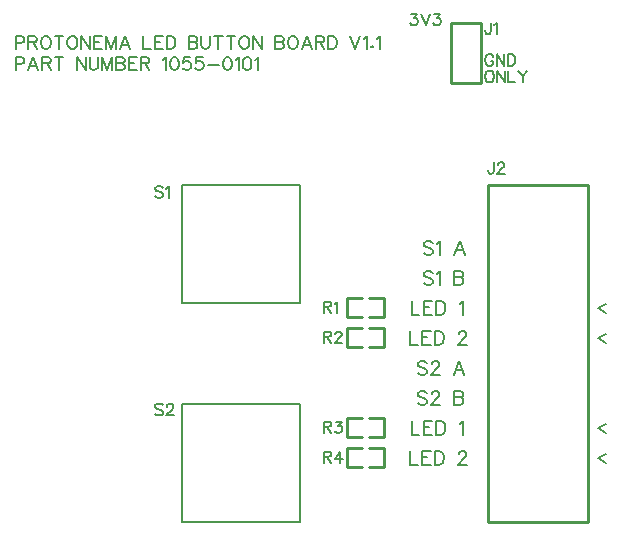
<source format=gto>
G04 Layer: TopSilkscreenLayer*
G04 EasyEDA v6.5.32, 2023-07-25 14:04:49*
G04 8e188c12afc0457c9e824fecad8258c0,5a6b42c53f6a479593ecc07194224c93,10*
G04 Gerber Generator version 0.2*
G04 Scale: 100 percent, Rotated: No, Reflected: No *
G04 Dimensions in millimeters *
G04 leading zeros omitted , absolute positions ,4 integer and 5 decimal *
%FSLAX45Y45*%
%MOMM*%

%ADD10C,0.1524*%
%ADD11C,0.2540*%
%ADD12C,0.1999*%

%LPD*%
D10*
X762000Y5423915D02*
G01*
X762000Y5314950D01*
X762000Y5423915D02*
G01*
X808736Y5423915D01*
X824229Y5418836D01*
X829563Y5413502D01*
X834644Y5403087D01*
X834644Y5387594D01*
X829563Y5377179D01*
X824229Y5372100D01*
X808736Y5366765D01*
X762000Y5366765D01*
X910589Y5423915D02*
G01*
X868934Y5314950D01*
X910589Y5423915D02*
G01*
X952245Y5314950D01*
X884681Y5351271D02*
G01*
X936497Y5351271D01*
X986536Y5423915D02*
G01*
X986536Y5314950D01*
X986536Y5423915D02*
G01*
X1033271Y5423915D01*
X1048765Y5418836D01*
X1054100Y5413502D01*
X1059179Y5403087D01*
X1059179Y5392673D01*
X1054100Y5382260D01*
X1048765Y5377179D01*
X1033271Y5372100D01*
X986536Y5372100D01*
X1022857Y5372100D02*
G01*
X1059179Y5314950D01*
X1129792Y5423915D02*
G01*
X1129792Y5314950D01*
X1093470Y5423915D02*
G01*
X1166113Y5423915D01*
X1280413Y5423915D02*
G01*
X1280413Y5314950D01*
X1280413Y5423915D02*
G01*
X1353312Y5314950D01*
X1353312Y5423915D02*
G01*
X1353312Y5314950D01*
X1387602Y5423915D02*
G01*
X1387602Y5345937D01*
X1392681Y5330444D01*
X1403095Y5320029D01*
X1418589Y5314950D01*
X1429004Y5314950D01*
X1444752Y5320029D01*
X1455165Y5330444D01*
X1460245Y5345937D01*
X1460245Y5423915D01*
X1494536Y5423915D02*
G01*
X1494536Y5314950D01*
X1494536Y5423915D02*
G01*
X1536192Y5314950D01*
X1577594Y5423915D02*
G01*
X1536192Y5314950D01*
X1577594Y5423915D02*
G01*
X1577594Y5314950D01*
X1611884Y5423915D02*
G01*
X1611884Y5314950D01*
X1611884Y5423915D02*
G01*
X1658620Y5423915D01*
X1674368Y5418836D01*
X1679447Y5413502D01*
X1684781Y5403087D01*
X1684781Y5392673D01*
X1679447Y5382260D01*
X1674368Y5377179D01*
X1658620Y5372100D01*
X1611884Y5372100D02*
G01*
X1658620Y5372100D01*
X1674368Y5366765D01*
X1679447Y5361686D01*
X1684781Y5351271D01*
X1684781Y5335523D01*
X1679447Y5325110D01*
X1674368Y5320029D01*
X1658620Y5314950D01*
X1611884Y5314950D01*
X1719071Y5423915D02*
G01*
X1719071Y5314950D01*
X1719071Y5423915D02*
G01*
X1786636Y5423915D01*
X1719071Y5372100D02*
G01*
X1760473Y5372100D01*
X1719071Y5314950D02*
G01*
X1786636Y5314950D01*
X1820926Y5423915D02*
G01*
X1820926Y5314950D01*
X1820926Y5423915D02*
G01*
X1867662Y5423915D01*
X1883155Y5418836D01*
X1888489Y5413502D01*
X1893570Y5403087D01*
X1893570Y5392673D01*
X1888489Y5382260D01*
X1883155Y5377179D01*
X1867662Y5372100D01*
X1820926Y5372100D01*
X1857247Y5372100D02*
G01*
X1893570Y5314950D01*
X2007870Y5403087D02*
G01*
X2018284Y5408421D01*
X2033777Y5423915D01*
X2033777Y5314950D01*
X2099309Y5423915D02*
G01*
X2083815Y5418836D01*
X2073402Y5403087D01*
X2068068Y5377179D01*
X2068068Y5361686D01*
X2073402Y5335523D01*
X2083815Y5320029D01*
X2099309Y5314950D01*
X2109724Y5314950D01*
X2125218Y5320029D01*
X2135631Y5335523D01*
X2140965Y5361686D01*
X2140965Y5377179D01*
X2135631Y5403087D01*
X2125218Y5418836D01*
X2109724Y5423915D01*
X2099309Y5423915D01*
X2237486Y5423915D02*
G01*
X2185670Y5423915D01*
X2180336Y5377179D01*
X2185670Y5382260D01*
X2201163Y5387594D01*
X2216658Y5387594D01*
X2232406Y5382260D01*
X2242820Y5372100D01*
X2247900Y5356352D01*
X2247900Y5345937D01*
X2242820Y5330444D01*
X2232406Y5320029D01*
X2216658Y5314950D01*
X2201163Y5314950D01*
X2185670Y5320029D01*
X2180336Y5325110D01*
X2175256Y5335523D01*
X2344420Y5423915D02*
G01*
X2292604Y5423915D01*
X2287270Y5377179D01*
X2292604Y5382260D01*
X2308097Y5387594D01*
X2323845Y5387594D01*
X2339340Y5382260D01*
X2349754Y5372100D01*
X2354834Y5356352D01*
X2354834Y5345937D01*
X2349754Y5330444D01*
X2339340Y5320029D01*
X2323845Y5314950D01*
X2308097Y5314950D01*
X2292604Y5320029D01*
X2287270Y5325110D01*
X2282190Y5335523D01*
X2389124Y5361686D02*
G01*
X2482850Y5361686D01*
X2548127Y5423915D02*
G01*
X2532634Y5418836D01*
X2522220Y5403087D01*
X2517140Y5377179D01*
X2517140Y5361686D01*
X2522220Y5335523D01*
X2532634Y5320029D01*
X2548127Y5314950D01*
X2558541Y5314950D01*
X2574290Y5320029D01*
X2584450Y5335523D01*
X2589784Y5361686D01*
X2589784Y5377179D01*
X2584450Y5403087D01*
X2574290Y5418836D01*
X2558541Y5423915D01*
X2548127Y5423915D01*
X2624074Y5403087D02*
G01*
X2634488Y5408421D01*
X2649981Y5423915D01*
X2649981Y5314950D01*
X2715513Y5423915D02*
G01*
X2700020Y5418836D01*
X2689606Y5403087D01*
X2684272Y5377179D01*
X2684272Y5361686D01*
X2689606Y5335523D01*
X2700020Y5320029D01*
X2715513Y5314950D01*
X2725927Y5314950D01*
X2741422Y5320029D01*
X2751836Y5335523D01*
X2757170Y5361686D01*
X2757170Y5377179D01*
X2751836Y5403087D01*
X2741422Y5418836D01*
X2725927Y5423915D01*
X2715513Y5423915D01*
X2791459Y5403087D02*
G01*
X2801620Y5408421D01*
X2817368Y5423915D01*
X2817368Y5314950D01*
X762000Y5601715D02*
G01*
X762000Y5492750D01*
X762000Y5601715D02*
G01*
X808736Y5601715D01*
X824229Y5596636D01*
X829563Y5591302D01*
X834644Y5580887D01*
X834644Y5565394D01*
X829563Y5554979D01*
X824229Y5549900D01*
X808736Y5544565D01*
X762000Y5544565D01*
X868934Y5601715D02*
G01*
X868934Y5492750D01*
X868934Y5601715D02*
G01*
X915670Y5601715D01*
X931418Y5596636D01*
X936497Y5591302D01*
X941831Y5580887D01*
X941831Y5570473D01*
X936497Y5560060D01*
X931418Y5554979D01*
X915670Y5549900D01*
X868934Y5549900D01*
X905510Y5549900D02*
G01*
X941831Y5492750D01*
X1007110Y5601715D02*
G01*
X996950Y5596636D01*
X986536Y5586221D01*
X981202Y5575807D01*
X976121Y5560060D01*
X976121Y5534152D01*
X981202Y5518657D01*
X986536Y5508244D01*
X996950Y5497829D01*
X1007110Y5492750D01*
X1027937Y5492750D01*
X1038352Y5497829D01*
X1048765Y5508244D01*
X1054100Y5518657D01*
X1059179Y5534152D01*
X1059179Y5560060D01*
X1054100Y5575807D01*
X1048765Y5586221D01*
X1038352Y5596636D01*
X1027937Y5601715D01*
X1007110Y5601715D01*
X1129792Y5601715D02*
G01*
X1129792Y5492750D01*
X1093470Y5601715D02*
G01*
X1166113Y5601715D01*
X1231645Y5601715D02*
G01*
X1221231Y5596636D01*
X1210818Y5586221D01*
X1205737Y5575807D01*
X1200404Y5560060D01*
X1200404Y5534152D01*
X1205737Y5518657D01*
X1210818Y5508244D01*
X1221231Y5497829D01*
X1231645Y5492750D01*
X1252473Y5492750D01*
X1262887Y5497829D01*
X1273302Y5508244D01*
X1278381Y5518657D01*
X1283715Y5534152D01*
X1283715Y5560060D01*
X1278381Y5575807D01*
X1273302Y5586221D01*
X1262887Y5596636D01*
X1252473Y5601715D01*
X1231645Y5601715D01*
X1318005Y5601715D02*
G01*
X1318005Y5492750D01*
X1318005Y5601715D02*
G01*
X1390650Y5492750D01*
X1390650Y5601715D02*
G01*
X1390650Y5492750D01*
X1424939Y5601715D02*
G01*
X1424939Y5492750D01*
X1424939Y5601715D02*
G01*
X1492504Y5601715D01*
X1424939Y5549900D02*
G01*
X1466595Y5549900D01*
X1424939Y5492750D02*
G01*
X1492504Y5492750D01*
X1526794Y5601715D02*
G01*
X1526794Y5492750D01*
X1526794Y5601715D02*
G01*
X1568450Y5492750D01*
X1609852Y5601715D02*
G01*
X1568450Y5492750D01*
X1609852Y5601715D02*
G01*
X1609852Y5492750D01*
X1685797Y5601715D02*
G01*
X1644142Y5492750D01*
X1685797Y5601715D02*
G01*
X1727200Y5492750D01*
X1659889Y5529071D02*
G01*
X1711705Y5529071D01*
X1841500Y5601715D02*
G01*
X1841500Y5492750D01*
X1841500Y5492750D02*
G01*
X1903984Y5492750D01*
X1938274Y5601715D02*
G01*
X1938274Y5492750D01*
X1938274Y5601715D02*
G01*
X2005838Y5601715D01*
X1938274Y5549900D02*
G01*
X1979929Y5549900D01*
X1938274Y5492750D02*
G01*
X2005838Y5492750D01*
X2040127Y5601715D02*
G01*
X2040127Y5492750D01*
X2040127Y5601715D02*
G01*
X2076450Y5601715D01*
X2091943Y5596636D01*
X2102358Y5586221D01*
X2107691Y5575807D01*
X2112772Y5560060D01*
X2112772Y5534152D01*
X2107691Y5518657D01*
X2102358Y5508244D01*
X2091943Y5497829D01*
X2076450Y5492750D01*
X2040127Y5492750D01*
X2227072Y5601715D02*
G01*
X2227072Y5492750D01*
X2227072Y5601715D02*
G01*
X2273808Y5601715D01*
X2289556Y5596636D01*
X2294636Y5591302D01*
X2299970Y5580887D01*
X2299970Y5570473D01*
X2294636Y5560060D01*
X2289556Y5554979D01*
X2273808Y5549900D01*
X2227072Y5549900D02*
G01*
X2273808Y5549900D01*
X2289556Y5544565D01*
X2294636Y5539486D01*
X2299970Y5529071D01*
X2299970Y5513323D01*
X2294636Y5502910D01*
X2289556Y5497829D01*
X2273808Y5492750D01*
X2227072Y5492750D01*
X2334259Y5601715D02*
G01*
X2334259Y5523737D01*
X2339340Y5508244D01*
X2349754Y5497829D01*
X2365247Y5492750D01*
X2375661Y5492750D01*
X2391409Y5497829D01*
X2401570Y5508244D01*
X2406904Y5523737D01*
X2406904Y5601715D01*
X2477515Y5601715D02*
G01*
X2477515Y5492750D01*
X2441193Y5601715D02*
G01*
X2513838Y5601715D01*
X2584450Y5601715D02*
G01*
X2584450Y5492750D01*
X2548127Y5601715D02*
G01*
X2621025Y5601715D01*
X2686304Y5601715D02*
G01*
X2675890Y5596636D01*
X2665729Y5586221D01*
X2660395Y5575807D01*
X2655315Y5560060D01*
X2655315Y5534152D01*
X2660395Y5518657D01*
X2665729Y5508244D01*
X2675890Y5497829D01*
X2686304Y5492750D01*
X2707131Y5492750D01*
X2717545Y5497829D01*
X2727959Y5508244D01*
X2733040Y5518657D01*
X2738374Y5534152D01*
X2738374Y5560060D01*
X2733040Y5575807D01*
X2727959Y5586221D01*
X2717545Y5596636D01*
X2707131Y5601715D01*
X2686304Y5601715D01*
X2772663Y5601715D02*
G01*
X2772663Y5492750D01*
X2772663Y5601715D02*
G01*
X2845308Y5492750D01*
X2845308Y5601715D02*
G01*
X2845308Y5492750D01*
X2959608Y5601715D02*
G01*
X2959608Y5492750D01*
X2959608Y5601715D02*
G01*
X3006343Y5601715D01*
X3022091Y5596636D01*
X3027172Y5591302D01*
X3032506Y5580887D01*
X3032506Y5570473D01*
X3027172Y5560060D01*
X3022091Y5554979D01*
X3006343Y5549900D01*
X2959608Y5549900D02*
G01*
X3006343Y5549900D01*
X3022091Y5544565D01*
X3027172Y5539486D01*
X3032506Y5529071D01*
X3032506Y5513323D01*
X3027172Y5502910D01*
X3022091Y5497829D01*
X3006343Y5492750D01*
X2959608Y5492750D01*
X3097784Y5601715D02*
G01*
X3087370Y5596636D01*
X3077209Y5586221D01*
X3071875Y5575807D01*
X3066795Y5560060D01*
X3066795Y5534152D01*
X3071875Y5518657D01*
X3077209Y5508244D01*
X3087370Y5497829D01*
X3097784Y5492750D01*
X3118611Y5492750D01*
X3129025Y5497829D01*
X3139440Y5508244D01*
X3144520Y5518657D01*
X3149854Y5534152D01*
X3149854Y5560060D01*
X3144520Y5575807D01*
X3139440Y5586221D01*
X3129025Y5596636D01*
X3118611Y5601715D01*
X3097784Y5601715D01*
X3225800Y5601715D02*
G01*
X3184143Y5492750D01*
X3225800Y5601715D02*
G01*
X3267202Y5492750D01*
X3199638Y5529071D02*
G01*
X3251708Y5529071D01*
X3301491Y5601715D02*
G01*
X3301491Y5492750D01*
X3301491Y5601715D02*
G01*
X3348227Y5601715D01*
X3363975Y5596636D01*
X3369056Y5591302D01*
X3374390Y5580887D01*
X3374390Y5570473D01*
X3369056Y5560060D01*
X3363975Y5554979D01*
X3348227Y5549900D01*
X3301491Y5549900D01*
X3337813Y5549900D02*
G01*
X3374390Y5492750D01*
X3408679Y5601715D02*
G01*
X3408679Y5492750D01*
X3408679Y5601715D02*
G01*
X3445002Y5601715D01*
X3460495Y5596636D01*
X3470909Y5586221D01*
X3475990Y5575807D01*
X3481324Y5560060D01*
X3481324Y5534152D01*
X3475990Y5518657D01*
X3470909Y5508244D01*
X3460495Y5497829D01*
X3445002Y5492750D01*
X3408679Y5492750D01*
X3595624Y5601715D02*
G01*
X3637279Y5492750D01*
X3678681Y5601715D02*
G01*
X3637279Y5492750D01*
X3712972Y5580887D02*
G01*
X3723386Y5586221D01*
X3738879Y5601715D01*
X3738879Y5492750D01*
X3778504Y5518657D02*
G01*
X3773170Y5513323D01*
X3778504Y5508244D01*
X3783584Y5513323D01*
X3778504Y5518657D01*
X3817874Y5580887D02*
G01*
X3828288Y5586221D01*
X3844036Y5601715D01*
X3844036Y5492750D01*
X4807955Y4533130D02*
G01*
X4807955Y4460486D01*
X4803383Y4446770D01*
X4798811Y4442198D01*
X4789667Y4437626D01*
X4780777Y4437626D01*
X4771633Y4442198D01*
X4767061Y4446770D01*
X4762489Y4460486D01*
X4762489Y4469630D01*
X4842499Y4510524D02*
G01*
X4842499Y4515096D01*
X4847071Y4523986D01*
X4851643Y4528558D01*
X4860787Y4533130D01*
X4878821Y4533130D01*
X4887965Y4528558D01*
X4892537Y4523986D01*
X4897109Y4515096D01*
X4897109Y4505952D01*
X4892537Y4496808D01*
X4883393Y4483092D01*
X4837927Y4437626D01*
X4901681Y4437626D01*
X4292846Y3851142D02*
G01*
X4281924Y3862064D01*
X4265414Y3867652D01*
X4243570Y3867652D01*
X4227314Y3862064D01*
X4216392Y3851142D01*
X4216392Y3840220D01*
X4221726Y3829298D01*
X4227314Y3823964D01*
X4238236Y3818376D01*
X4271002Y3807708D01*
X4281924Y3802120D01*
X4287258Y3796786D01*
X4292846Y3785864D01*
X4292846Y3769354D01*
X4281924Y3758432D01*
X4265414Y3753098D01*
X4243570Y3753098D01*
X4227314Y3758432D01*
X4216392Y3769354D01*
X4328660Y3845808D02*
G01*
X4339582Y3851142D01*
X4356092Y3867652D01*
X4356092Y3753098D01*
X4519668Y3867652D02*
G01*
X4475980Y3753098D01*
X4519668Y3867652D02*
G01*
X4563356Y3753098D01*
X4492490Y3791198D02*
G01*
X4546846Y3791198D01*
X4292846Y3597142D02*
G01*
X4281924Y3608064D01*
X4265414Y3613652D01*
X4243570Y3613652D01*
X4227314Y3608064D01*
X4216392Y3597142D01*
X4216392Y3586220D01*
X4221726Y3575298D01*
X4227314Y3569964D01*
X4238236Y3564376D01*
X4271002Y3553708D01*
X4281924Y3548120D01*
X4287258Y3542786D01*
X4292846Y3531864D01*
X4292846Y3515354D01*
X4281924Y3504432D01*
X4265414Y3499098D01*
X4243570Y3499098D01*
X4227314Y3504432D01*
X4216392Y3515354D01*
X4328660Y3591808D02*
G01*
X4339582Y3597142D01*
X4356092Y3613652D01*
X4356092Y3499098D01*
X4475980Y3613652D02*
G01*
X4475980Y3499098D01*
X4475980Y3613652D02*
G01*
X4525002Y3613652D01*
X4541512Y3608064D01*
X4546846Y3602730D01*
X4552434Y3591808D01*
X4552434Y3580886D01*
X4546846Y3569964D01*
X4541512Y3564376D01*
X4525002Y3559042D01*
X4475980Y3559042D02*
G01*
X4525002Y3559042D01*
X4541512Y3553708D01*
X4546846Y3548120D01*
X4552434Y3537198D01*
X4552434Y3520942D01*
X4546846Y3510020D01*
X4541512Y3504432D01*
X4525002Y3499098D01*
X4475980Y3499098D01*
X4114792Y3359652D02*
G01*
X4114792Y3245098D01*
X4114792Y3245098D02*
G01*
X4180324Y3245098D01*
X4216138Y3359652D02*
G01*
X4216138Y3245098D01*
X4216138Y3359652D02*
G01*
X4287258Y3359652D01*
X4216138Y3305042D02*
G01*
X4259826Y3305042D01*
X4216138Y3245098D02*
G01*
X4287258Y3245098D01*
X4323072Y3359652D02*
G01*
X4323072Y3245098D01*
X4323072Y3359652D02*
G01*
X4361426Y3359652D01*
X4377682Y3354064D01*
X4388604Y3343142D01*
X4393938Y3332220D01*
X4399526Y3315964D01*
X4399526Y3288786D01*
X4393938Y3272276D01*
X4388604Y3261354D01*
X4377682Y3250432D01*
X4361426Y3245098D01*
X4323072Y3245098D01*
X4519414Y3337808D02*
G01*
X4530336Y3343142D01*
X4546846Y3359652D01*
X4546846Y3245098D01*
X4102092Y3105652D02*
G01*
X4102092Y2991098D01*
X4102092Y2991098D02*
G01*
X4167624Y2991098D01*
X4203438Y3105652D02*
G01*
X4203438Y2991098D01*
X4203438Y3105652D02*
G01*
X4274558Y3105652D01*
X4203438Y3051042D02*
G01*
X4247126Y3051042D01*
X4203438Y2991098D02*
G01*
X4274558Y2991098D01*
X4310372Y3105652D02*
G01*
X4310372Y2991098D01*
X4310372Y3105652D02*
G01*
X4348726Y3105652D01*
X4364982Y3100064D01*
X4375904Y3089142D01*
X4381238Y3078220D01*
X4386826Y3061964D01*
X4386826Y3034786D01*
X4381238Y3018276D01*
X4375904Y3007354D01*
X4364982Y2996432D01*
X4348726Y2991098D01*
X4310372Y2991098D01*
X4512302Y3078220D02*
G01*
X4512302Y3083808D01*
X4517636Y3094730D01*
X4523224Y3100064D01*
X4534146Y3105652D01*
X4555990Y3105652D01*
X4566912Y3100064D01*
X4572246Y3094730D01*
X4577834Y3083808D01*
X4577834Y3072886D01*
X4572246Y3061964D01*
X4561324Y3045708D01*
X4506714Y2991098D01*
X4583168Y2991098D01*
X4242046Y2835142D02*
G01*
X4231124Y2846064D01*
X4214614Y2851652D01*
X4192770Y2851652D01*
X4176514Y2846064D01*
X4165592Y2835142D01*
X4165592Y2824220D01*
X4170926Y2813298D01*
X4176514Y2807964D01*
X4187436Y2802376D01*
X4220202Y2791708D01*
X4231124Y2786120D01*
X4236458Y2780786D01*
X4242046Y2769864D01*
X4242046Y2753354D01*
X4231124Y2742432D01*
X4214614Y2737098D01*
X4192770Y2737098D01*
X4176514Y2742432D01*
X4165592Y2753354D01*
X4283448Y2824220D02*
G01*
X4283448Y2829808D01*
X4288782Y2840730D01*
X4294370Y2846064D01*
X4305292Y2851652D01*
X4327136Y2851652D01*
X4338058Y2846064D01*
X4343392Y2840730D01*
X4348980Y2829808D01*
X4348980Y2818886D01*
X4343392Y2807964D01*
X4332470Y2791708D01*
X4277860Y2737098D01*
X4354314Y2737098D01*
X4517890Y2851652D02*
G01*
X4474202Y2737098D01*
X4517890Y2851652D02*
G01*
X4561578Y2737098D01*
X4490712Y2775198D02*
G01*
X4545322Y2775198D01*
X4242046Y2581142D02*
G01*
X4231124Y2592064D01*
X4214614Y2597652D01*
X4192770Y2597652D01*
X4176514Y2592064D01*
X4165592Y2581142D01*
X4165592Y2570220D01*
X4170926Y2559298D01*
X4176514Y2553964D01*
X4187436Y2548376D01*
X4220202Y2537708D01*
X4231124Y2532120D01*
X4236458Y2526786D01*
X4242046Y2515864D01*
X4242046Y2499354D01*
X4231124Y2488432D01*
X4214614Y2483098D01*
X4192770Y2483098D01*
X4176514Y2488432D01*
X4165592Y2499354D01*
X4283448Y2570220D02*
G01*
X4283448Y2575808D01*
X4288782Y2586730D01*
X4294370Y2592064D01*
X4305292Y2597652D01*
X4327136Y2597652D01*
X4338058Y2592064D01*
X4343392Y2586730D01*
X4348980Y2575808D01*
X4348980Y2564886D01*
X4343392Y2553964D01*
X4332470Y2537708D01*
X4277860Y2483098D01*
X4354314Y2483098D01*
X4474202Y2597652D02*
G01*
X4474202Y2483098D01*
X4474202Y2597652D02*
G01*
X4523478Y2597652D01*
X4539734Y2592064D01*
X4545322Y2586730D01*
X4550656Y2575808D01*
X4550656Y2564886D01*
X4545322Y2553964D01*
X4539734Y2548376D01*
X4523478Y2543042D01*
X4474202Y2543042D02*
G01*
X4523478Y2543042D01*
X4539734Y2537708D01*
X4545322Y2532120D01*
X4550656Y2521198D01*
X4550656Y2504942D01*
X4545322Y2494020D01*
X4539734Y2488432D01*
X4523478Y2483098D01*
X4474202Y2483098D01*
X4114792Y2343652D02*
G01*
X4114792Y2229098D01*
X4114792Y2229098D02*
G01*
X4180324Y2229098D01*
X4216138Y2343652D02*
G01*
X4216138Y2229098D01*
X4216138Y2343652D02*
G01*
X4287258Y2343652D01*
X4216138Y2289042D02*
G01*
X4259826Y2289042D01*
X4216138Y2229098D02*
G01*
X4287258Y2229098D01*
X4323072Y2343652D02*
G01*
X4323072Y2229098D01*
X4323072Y2343652D02*
G01*
X4361426Y2343652D01*
X4377682Y2338064D01*
X4388604Y2327142D01*
X4393938Y2316220D01*
X4399526Y2299964D01*
X4399526Y2272786D01*
X4393938Y2256276D01*
X4388604Y2245354D01*
X4377682Y2234432D01*
X4361426Y2229098D01*
X4323072Y2229098D01*
X4519414Y2321808D02*
G01*
X4530336Y2327142D01*
X4546846Y2343652D01*
X4546846Y2229098D01*
X4102092Y2089652D02*
G01*
X4102092Y1975098D01*
X4102092Y1975098D02*
G01*
X4167624Y1975098D01*
X4203438Y2089652D02*
G01*
X4203438Y1975098D01*
X4203438Y2089652D02*
G01*
X4274558Y2089652D01*
X4203438Y2035042D02*
G01*
X4247126Y2035042D01*
X4203438Y1975098D02*
G01*
X4274558Y1975098D01*
X4310372Y2089652D02*
G01*
X4310372Y1975098D01*
X4310372Y2089652D02*
G01*
X4348726Y2089652D01*
X4364982Y2084064D01*
X4375904Y2073142D01*
X4381238Y2062220D01*
X4386826Y2045964D01*
X4386826Y2018786D01*
X4381238Y2002276D01*
X4375904Y1991354D01*
X4364982Y1980432D01*
X4348726Y1975098D01*
X4310372Y1975098D01*
X4512302Y2062220D02*
G01*
X4512302Y2067808D01*
X4517636Y2078730D01*
X4523224Y2084064D01*
X4534146Y2089652D01*
X4555990Y2089652D01*
X4566912Y2084064D01*
X4572246Y2078730D01*
X4577834Y2067808D01*
X4577834Y2056886D01*
X4572246Y2045964D01*
X4561324Y2029708D01*
X4506714Y1975098D01*
X4583168Y1975098D01*
X4111243Y5790437D02*
G01*
X4161281Y5790437D01*
X4133850Y5754115D01*
X4147565Y5754115D01*
X4156709Y5749544D01*
X4161281Y5744971D01*
X4165854Y5731510D01*
X4165854Y5722365D01*
X4161281Y5708650D01*
X4152138Y5699505D01*
X4138422Y5694934D01*
X4124706Y5694934D01*
X4111243Y5699505D01*
X4106672Y5704078D01*
X4102100Y5713221D01*
X4195825Y5790437D02*
G01*
X4232147Y5694934D01*
X4268470Y5790437D02*
G01*
X4232147Y5694934D01*
X4307586Y5790437D02*
G01*
X4357624Y5790437D01*
X4330191Y5754115D01*
X4343908Y5754115D01*
X4353052Y5749544D01*
X4357624Y5744971D01*
X4362195Y5731510D01*
X4362195Y5722365D01*
X4357624Y5708650D01*
X4348479Y5699505D01*
X4334763Y5694934D01*
X4321302Y5694934D01*
X4307586Y5699505D01*
X4303013Y5704078D01*
X4298441Y5713221D01*
X5762218Y3338195D02*
G01*
X5689574Y3297301D01*
X5762218Y3256406D01*
X5762218Y3084195D02*
G01*
X5689574Y3043301D01*
X5762218Y3002406D01*
X5762218Y2322195D02*
G01*
X5689574Y2281301D01*
X5762218Y2240406D01*
X5762218Y2068195D02*
G01*
X5689574Y2027301D01*
X5762218Y1986406D01*
X4764277Y5307837D02*
G01*
X4755388Y5303265D01*
X4746243Y5294376D01*
X4741672Y5285231D01*
X4737100Y5271515D01*
X4737100Y5248910D01*
X4741672Y5235194D01*
X4746243Y5226050D01*
X4755388Y5216905D01*
X4764277Y5212334D01*
X4782565Y5212334D01*
X4791709Y5216905D01*
X4800854Y5226050D01*
X4805172Y5235194D01*
X4809743Y5248910D01*
X4809743Y5271515D01*
X4805172Y5285231D01*
X4800854Y5294376D01*
X4791709Y5303265D01*
X4782565Y5307837D01*
X4764277Y5307837D01*
X4839715Y5307837D02*
G01*
X4839715Y5212334D01*
X4839715Y5307837D02*
G01*
X4903470Y5212334D01*
X4903470Y5307837D02*
G01*
X4903470Y5212334D01*
X4933441Y5307837D02*
G01*
X4933441Y5212334D01*
X4933441Y5212334D02*
G01*
X4988052Y5212334D01*
X5018024Y5307837D02*
G01*
X5054345Y5262371D01*
X5054345Y5212334D01*
X5090668Y5307837D02*
G01*
X5054345Y5262371D01*
X4805172Y5424931D02*
G01*
X4800854Y5434076D01*
X4791709Y5442965D01*
X4782565Y5447537D01*
X4764277Y5447537D01*
X4755388Y5442965D01*
X4746243Y5434076D01*
X4741672Y5424931D01*
X4737100Y5411215D01*
X4737100Y5388610D01*
X4741672Y5374894D01*
X4746243Y5365750D01*
X4755388Y5356605D01*
X4764277Y5352034D01*
X4782565Y5352034D01*
X4791709Y5356605D01*
X4800854Y5365750D01*
X4805172Y5374894D01*
X4805172Y5388610D01*
X4782565Y5388610D02*
G01*
X4805172Y5388610D01*
X4835397Y5447537D02*
G01*
X4835397Y5352034D01*
X4835397Y5447537D02*
G01*
X4898897Y5352034D01*
X4898897Y5447537D02*
G01*
X4898897Y5352034D01*
X4928870Y5447537D02*
G01*
X4928870Y5352034D01*
X4928870Y5447537D02*
G01*
X4960620Y5447537D01*
X4974336Y5442965D01*
X4983479Y5434076D01*
X4988052Y5424931D01*
X4992624Y5411215D01*
X4992624Y5388610D01*
X4988052Y5374894D01*
X4983479Y5365750D01*
X4974336Y5356605D01*
X4960620Y5352034D01*
X4928870Y5352034D01*
X4782565Y5714237D02*
G01*
X4782565Y5641594D01*
X4777993Y5627878D01*
X4773422Y5623305D01*
X4764277Y5618734D01*
X4755388Y5618734D01*
X4746243Y5623305D01*
X4741672Y5627878D01*
X4737100Y5641594D01*
X4737100Y5650737D01*
X4812538Y5696204D02*
G01*
X4821681Y5700776D01*
X4835397Y5714237D01*
X4835397Y5618734D01*
X3368471Y3354821D02*
G01*
X3368471Y3259317D01*
X3368471Y3354821D02*
G01*
X3409365Y3354821D01*
X3423081Y3350249D01*
X3427653Y3345677D01*
X3432225Y3336787D01*
X3432225Y3327643D01*
X3427653Y3318499D01*
X3423081Y3313927D01*
X3409365Y3309355D01*
X3368471Y3309355D01*
X3400221Y3309355D02*
G01*
X3432225Y3259317D01*
X3462197Y3336787D02*
G01*
X3471087Y3341359D01*
X3484803Y3354821D01*
X3484803Y3259317D01*
X3368540Y3100831D02*
G01*
X3368540Y3005328D01*
X3368540Y3100831D02*
G01*
X3409434Y3100831D01*
X3422896Y3096260D01*
X3427468Y3091687D01*
X3432040Y3082797D01*
X3432040Y3073654D01*
X3427468Y3064510D01*
X3422896Y3059937D01*
X3409434Y3055365D01*
X3368540Y3055365D01*
X3400290Y3055365D02*
G01*
X3432040Y3005328D01*
X3466584Y3078226D02*
G01*
X3466584Y3082797D01*
X3471156Y3091687D01*
X3475728Y3096260D01*
X3484872Y3100831D01*
X3502906Y3100831D01*
X3512050Y3096260D01*
X3516622Y3091687D01*
X3521194Y3082797D01*
X3521194Y3073654D01*
X3516622Y3064510D01*
X3507478Y3050794D01*
X3462012Y3005328D01*
X3525766Y3005328D01*
X3368540Y2338829D02*
G01*
X3368540Y2243325D01*
X3368540Y2338829D02*
G01*
X3409434Y2338829D01*
X3422896Y2334257D01*
X3427468Y2329685D01*
X3432040Y2320795D01*
X3432040Y2311651D01*
X3427468Y2302507D01*
X3422896Y2297935D01*
X3409434Y2293363D01*
X3368540Y2293363D01*
X3400290Y2293363D02*
G01*
X3432040Y2243325D01*
X3471156Y2338829D02*
G01*
X3521194Y2338829D01*
X3494016Y2302507D01*
X3507478Y2302507D01*
X3516622Y2297935D01*
X3521194Y2293363D01*
X3525766Y2279901D01*
X3525766Y2270757D01*
X3521194Y2257041D01*
X3512050Y2247897D01*
X3498588Y2243325D01*
X3484872Y2243325D01*
X3471156Y2247897D01*
X3466584Y2252469D01*
X3462012Y2261613D01*
X3368540Y2084829D02*
G01*
X3368540Y1989325D01*
X3368540Y2084829D02*
G01*
X3409434Y2084829D01*
X3422896Y2080257D01*
X3427468Y2075685D01*
X3432040Y2066795D01*
X3432040Y2057651D01*
X3427468Y2048507D01*
X3422896Y2043935D01*
X3409434Y2039363D01*
X3368540Y2039363D01*
X3400290Y2039363D02*
G01*
X3432040Y1989325D01*
X3507478Y2084829D02*
G01*
X3462012Y2021329D01*
X3530338Y2021329D01*
X3507478Y2084829D02*
G01*
X3507478Y1989325D01*
X2006841Y4316460D02*
G01*
X1997697Y4325350D01*
X1983981Y4329922D01*
X1965693Y4329922D01*
X1952231Y4325350D01*
X1943087Y4316460D01*
X1943087Y4307316D01*
X1947659Y4298172D01*
X1952231Y4293600D01*
X1961375Y4289028D01*
X1988553Y4279884D01*
X1997697Y4275566D01*
X2002269Y4270994D01*
X2006841Y4261850D01*
X2006841Y4248134D01*
X1997697Y4238990D01*
X1983981Y4234418D01*
X1965693Y4234418D01*
X1952231Y4238990D01*
X1943087Y4248134D01*
X2036813Y4311888D02*
G01*
X2045703Y4316460D01*
X2059419Y4329922D01*
X2059419Y4234418D01*
X2006846Y2474976D02*
G01*
X1997702Y2483865D01*
X1983986Y2488437D01*
X1965698Y2488437D01*
X1952236Y2483865D01*
X1943092Y2474976D01*
X1943092Y2465831D01*
X1947664Y2456687D01*
X1952236Y2452115D01*
X1961380Y2447544D01*
X1988558Y2438400D01*
X1997702Y2434081D01*
X2002274Y2429510D01*
X2006846Y2420365D01*
X2006846Y2406650D01*
X1997702Y2397505D01*
X1983986Y2392934D01*
X1965698Y2392934D01*
X1952236Y2397505D01*
X1943092Y2406650D01*
X2041390Y2465831D02*
G01*
X2041390Y2470404D01*
X2045708Y2479294D01*
X2050280Y2483865D01*
X2059424Y2488437D01*
X2077712Y2488437D01*
X2086602Y2483865D01*
X2091174Y2479294D01*
X2095746Y2470404D01*
X2095746Y2461260D01*
X2091174Y2452115D01*
X2082284Y2438400D01*
X2036818Y2392934D01*
X2100318Y2392934D01*
D11*
X3566022Y3221476D02*
G01*
X3566022Y3381481D01*
X3876080Y3221987D02*
G01*
X3876080Y3381992D01*
X3691018Y3381481D02*
G01*
X3566022Y3381481D01*
X3691018Y3221476D02*
G01*
X3566022Y3221476D01*
X3751077Y3381992D02*
G01*
X3876080Y3381992D01*
X3751077Y3221987D02*
G01*
X3876080Y3221987D01*
X3566022Y2967479D02*
G01*
X3566022Y3127484D01*
X3876080Y2967989D02*
G01*
X3876080Y3127994D01*
X3691018Y3127484D02*
G01*
X3566022Y3127484D01*
X3691018Y2967479D02*
G01*
X3566022Y2967479D01*
X3751077Y3127994D02*
G01*
X3876080Y3127994D01*
X3751077Y2967989D02*
G01*
X3876080Y2967989D01*
X3566022Y2205479D02*
G01*
X3566022Y2365484D01*
X3876080Y2205989D02*
G01*
X3876080Y2365994D01*
X3691018Y2365484D02*
G01*
X3566022Y2365484D01*
X3691018Y2205479D02*
G01*
X3566022Y2205479D01*
X3751077Y2365994D02*
G01*
X3876080Y2365994D01*
X3751077Y2205989D02*
G01*
X3876080Y2205989D01*
X3566022Y1951479D02*
G01*
X3566022Y2111484D01*
X3876080Y1951989D02*
G01*
X3876080Y2111994D01*
X3691018Y2111484D02*
G01*
X3566022Y2111484D01*
X3691018Y1951479D02*
G01*
X3566022Y1951479D01*
X3751077Y2111994D02*
G01*
X3876080Y2111994D01*
X3751077Y1951989D02*
G01*
X3876080Y1951989D01*
D12*
X2172192Y4344405D02*
G01*
X2172192Y3344407D01*
X3172190Y3344407D01*
X3172190Y4344405D01*
X2172192Y4344405D01*
X2172192Y2490210D02*
G01*
X2172192Y1490212D01*
X3172190Y1490212D01*
X3172190Y2490210D01*
X2172192Y2490210D01*
D11*
X4756581Y4340605D02*
G01*
X5606592Y4340605D01*
X5606592Y1490598D01*
X4756581Y1490598D01*
X4756581Y4340605D01*
X4445000Y5715000D02*
G01*
X4699000Y5715000D01*
X4699000Y5207000D01*
X4445000Y5207000D01*
X4445000Y5715000D01*
M02*

</source>
